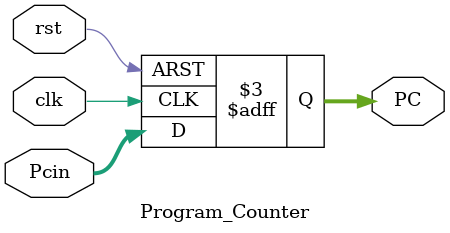
<source format=v>
module 	Program_Counter(input clk, rst, 
			input [7:0] Pcin,
			output reg [7:0] PC);
	
	always @(posedge clk, negedge rst) begin
		if(!rst)
			PC <= 0;	
		else 
			PC <= Pcin;
	end
	

endmodule

</source>
